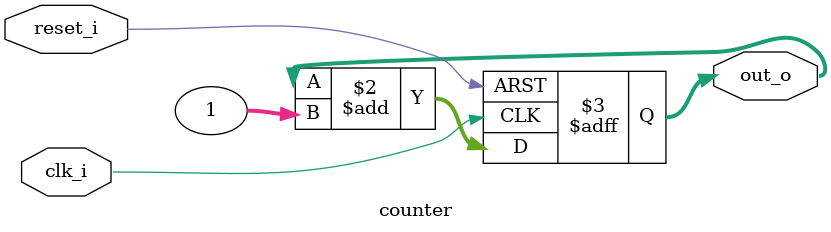
<source format=v>
/*
* counter.v -- Simple Digital Counter Example in Verilog
*
* (c) 2021-2025 Harald Pretl (harald.pretl@jku.at)
* Johannes Kepler University Linz, Department for Integrated Circuits
*/

module counter #(parameter WIDTH=32) (
  output reg [WIDTH-1:0] out_o,
  input                  clk_i,
  input	                 reset_i
);

  always @(posedge clk_i or posedge reset_i) begin
    // we use an asynchronous reset
    if (reset_i) begin
      out_o <= {WIDTH{1'b0}};
    end else begin
      out_o <= out_o + {{WIDTH-1{1'b0}},1'b1};
    end
  end

endmodule // counter


</source>
